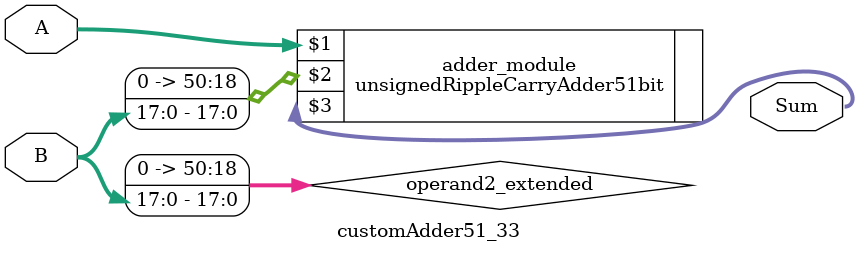
<source format=v>
module customAdder51_33(
                        input [50 : 0] A,
                        input [17 : 0] B,
                        
                        output [51 : 0] Sum
                );

        wire [50 : 0] operand2_extended;
        
        assign operand2_extended =  {33'b0, B};
        
        unsignedRippleCarryAdder51bit adder_module(
            A,
            operand2_extended,
            Sum
        );
        
        endmodule
        
</source>
